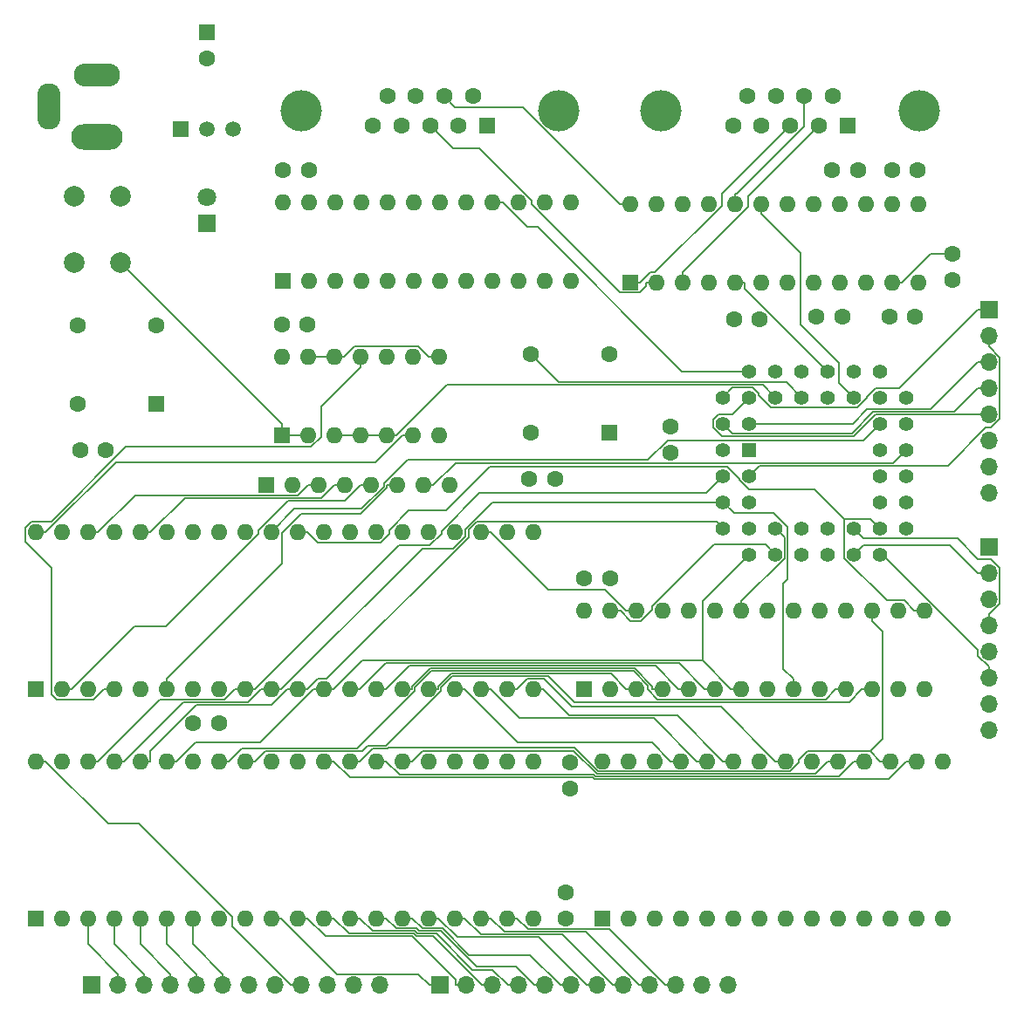
<source format=gbr>
%TF.GenerationSoftware,KiCad,Pcbnew,(5.1.6)-1*%
%TF.CreationDate,2020-10-12T18:58:51-06:00*%
%TF.ProjectId,SO6502,534f3635-3032-42e6-9b69-6361645f7063,1*%
%TF.SameCoordinates,Original*%
%TF.FileFunction,Copper,L1,Top*%
%TF.FilePolarity,Positive*%
%FSLAX46Y46*%
G04 Gerber Fmt 4.6, Leading zero omitted, Abs format (unit mm)*
G04 Created by KiCad (PCBNEW (5.1.6)-1) date 2020-10-12 18:58:51*
%MOMM*%
%LPD*%
G01*
G04 APERTURE LIST*
%TA.AperFunction,ComponentPad*%
%ADD10C,4.000000*%
%TD*%
%TA.AperFunction,ComponentPad*%
%ADD11C,1.600000*%
%TD*%
%TA.AperFunction,ComponentPad*%
%ADD12R,1.600000X1.600000*%
%TD*%
%TA.AperFunction,ComponentPad*%
%ADD13O,1.600000X1.600000*%
%TD*%
%TA.AperFunction,ComponentPad*%
%ADD14C,1.422400*%
%TD*%
%TA.AperFunction,ComponentPad*%
%ADD15R,1.422400X1.422400*%
%TD*%
%TA.AperFunction,ComponentPad*%
%ADD16R,1.500000X1.500000*%
%TD*%
%TA.AperFunction,ComponentPad*%
%ADD17C,1.500000*%
%TD*%
%TA.AperFunction,ComponentPad*%
%ADD18C,2.000000*%
%TD*%
%TA.AperFunction,ComponentPad*%
%ADD19O,1.700000X1.700000*%
%TD*%
%TA.AperFunction,ComponentPad*%
%ADD20R,1.700000X1.700000*%
%TD*%
%TA.AperFunction,ComponentPad*%
%ADD21O,2.250000X4.500000*%
%TD*%
%TA.AperFunction,ComponentPad*%
%ADD22O,4.500000X2.250000*%
%TD*%
%TA.AperFunction,ComponentPad*%
%ADD23O,5.000000X2.500000*%
%TD*%
%TA.AperFunction,ComponentPad*%
%ADD24C,1.800000*%
%TD*%
%TA.AperFunction,ComponentPad*%
%ADD25R,1.800000X1.800000*%
%TD*%
%TA.AperFunction,Conductor*%
%ADD26C,0.127000*%
%TD*%
G04 APERTURE END LIST*
D10*
%TO.P,J3,0*%
%TO.N,N/C*%
X115691000Y-36807000D03*
X140691000Y-36807000D03*
D11*
%TO.P,J3,9*%
%TO.N,Net-(J3-Pad9)*%
X124036000Y-35387000D03*
%TO.P,J3,8*%
%TO.N,CTSb*%
X126806000Y-35387000D03*
%TO.P,J3,7*%
%TO.N,RTSb*%
X129576000Y-35387000D03*
%TO.P,J3,6*%
%TO.N,Net-(J3-Pad6)*%
X132346000Y-35387000D03*
%TO.P,J3,5*%
%TO.N,GND*%
X122651000Y-38227000D03*
%TO.P,J3,4*%
%TO.N,Net-(J3-Pad4)*%
X125421000Y-38227000D03*
%TO.P,J3,3*%
%TO.N,TxDb*%
X128191000Y-38227000D03*
%TO.P,J3,2*%
%TO.N,RxDb*%
X130961000Y-38227000D03*
D12*
%TO.P,J3,1*%
%TO.N,Net-(J3-Pad1)*%
X133731000Y-38227000D03*
%TD*%
D10*
%TO.P,J2,0*%
%TO.N,N/C*%
X80766000Y-36807000D03*
X105766000Y-36807000D03*
D11*
%TO.P,J2,9*%
%TO.N,Net-(J2-Pad9)*%
X89111000Y-35387000D03*
%TO.P,J2,8*%
%TO.N,CTSa*%
X91881000Y-35387000D03*
%TO.P,J2,7*%
%TO.N,RTSa*%
X94651000Y-35387000D03*
%TO.P,J2,6*%
%TO.N,Net-(J2-Pad6)*%
X97421000Y-35387000D03*
%TO.P,J2,5*%
%TO.N,GND*%
X87726000Y-38227000D03*
%TO.P,J2,4*%
%TO.N,Net-(J2-Pad4)*%
X90496000Y-38227000D03*
%TO.P,J2,3*%
%TO.N,TxDa*%
X93266000Y-38227000D03*
%TO.P,J2,2*%
%TO.N,RxDa*%
X96036000Y-38227000D03*
D12*
%TO.P,J2,1*%
%TO.N,Net-(J2-Pad1)*%
X98806000Y-38227000D03*
%TD*%
D11*
%TO.P,C16,2*%
%TO.N,GND*%
X122722000Y-57023000D03*
%TO.P,C16,1*%
%TO.N,RESET*%
X125222000Y-57023000D03*
%TD*%
%TO.P,X2,4*%
%TO.N,GND*%
X110617000Y-60452000D03*
%TO.P,X2,5*%
%TO.N,X1*%
X102997000Y-60452000D03*
%TO.P,X2,8*%
%TO.N,Vcc*%
X102997000Y-68072000D03*
D12*
%TO.P,X2,1*%
%TO.N,Net-(X2-Pad1)*%
X110617000Y-68072000D03*
%TD*%
D11*
%TO.P,X1,4*%
%TO.N,GND*%
X66675000Y-57658000D03*
%TO.P,X1,5*%
%TO.N,PHI2*%
X59055000Y-57658000D03*
%TO.P,X1,8*%
%TO.N,Vcc*%
X59055000Y-65278000D03*
D12*
%TO.P,X1,1*%
%TO.N,Net-(X1-Pad1)*%
X66675000Y-65278000D03*
%TD*%
D13*
%TO.P,U3,24*%
%TO.N,RTSa*%
X112649000Y-45847000D03*
%TO.P,U3,12*%
%TO.N,Net-(C15-Pad2)*%
X140589000Y-53467000D03*
%TO.P,U3,23*%
%TO.N,CTSa*%
X115189000Y-45847000D03*
%TO.P,U3,11*%
%TO.N,Net-(C14-Pad2)*%
X138049000Y-53467000D03*
%TO.P,U3,22*%
%TO.N,DCTSa*%
X117729000Y-45847000D03*
%TO.P,U3,10*%
%TO.N,Net-(C15-Pad1)*%
X135509000Y-53467000D03*
%TO.P,U3,21*%
%TO.N,DRTSb*%
X120269000Y-45847000D03*
%TO.P,U3,9*%
%TO.N,Vcc*%
X132969000Y-53467000D03*
%TO.P,U3,20*%
%TO.N,RTSb*%
X122809000Y-45847000D03*
%TO.P,U3,8*%
%TO.N,GND*%
X130429000Y-53467000D03*
%TO.P,U3,19*%
%TO.N,DRTSa*%
X125349000Y-45847000D03*
%TO.P,U3,7*%
%TO.N,RxDa*%
X127889000Y-53467000D03*
%TO.P,U3,18*%
%TO.N,DTxDb*%
X127889000Y-45847000D03*
%TO.P,U3,6*%
%TO.N,DRxDa*%
X125349000Y-53467000D03*
%TO.P,U3,17*%
%TO.N,DCTSb*%
X130429000Y-45847000D03*
%TO.P,U3,5*%
%TO.N,DTxDa*%
X122809000Y-53467000D03*
%TO.P,U3,16*%
%TO.N,CTSb*%
X132969000Y-45847000D03*
%TO.P,U3,4*%
%TO.N,DRxDb*%
X120269000Y-53467000D03*
%TO.P,U3,15*%
%TO.N,Net-(C12-Pad1)*%
X135509000Y-45847000D03*
%TO.P,U3,3*%
%TO.N,RxDb*%
X117729000Y-53467000D03*
%TO.P,U3,14*%
%TO.N,Net-(C13-Pad1)*%
X138049000Y-45847000D03*
%TO.P,U3,2*%
%TO.N,TxDa*%
X115189000Y-53467000D03*
%TO.P,U3,13*%
%TO.N,Net-(C13-Pad2)*%
X140589000Y-45847000D03*
D12*
%TO.P,U3,1*%
%TO.N,TxDb*%
X112649000Y-53467000D03*
%TD*%
D14*
%TO.P,U5,39*%
%TO.N,CS2892*%
X124206000Y-62103000D03*
%TO.P,U5,37*%
%TO.N,Net-(U5-Pad37)*%
X126746000Y-62103000D03*
%TO.P,U5,35*%
%TO.N,DRxDa*%
X129286000Y-62103000D03*
%TO.P,U5,33*%
%TO.N,DTxDa*%
X131826000Y-62103000D03*
%TO.P,U5,31*%
%TO.N,OP2*%
X134366000Y-62103000D03*
%TO.P,U5,40*%
%TO.N,IP2*%
X121666000Y-64643000D03*
%TO.P,U5,38*%
%TO.N,RESET*%
X126746000Y-64643000D03*
%TO.P,U5,36*%
%TO.N,X1*%
X129286000Y-64643000D03*
%TO.P,U5,34*%
%TO.N,Net-(U5-Pad34)*%
X131826000Y-64643000D03*
%TO.P,U5,32*%
%TO.N,DRTSa*%
X134366000Y-64643000D03*
%TO.P,U5,30*%
%TO.N,OP4*%
X136906000Y-64643000D03*
%TO.P,U5,28*%
%TO.N,D0*%
X139446000Y-64643000D03*
%TO.P,U5,26*%
%TO.N,D4*%
X139446000Y-67183000D03*
%TO.P,U5,24*%
%TO.N,IRQ2B*%
X139446000Y-69723000D03*
%TO.P,U5,22*%
%TO.N,GND*%
X139446000Y-72263000D03*
%TO.P,U5,20*%
%TO.N,D5*%
X139446000Y-74803000D03*
%TO.P,U5,18*%
%TO.N,D1*%
X139446000Y-77343000D03*
%TO.P,U5,29*%
%TO.N,OP6*%
X136906000Y-62103000D03*
%TO.P,U5,27*%
%TO.N,D2*%
X136906000Y-67183000D03*
%TO.P,U5,25*%
%TO.N,D6*%
X136906000Y-69723000D03*
%TO.P,U5,23*%
%TO.N,Net-(U5-Pad23)*%
X136906000Y-72263000D03*
%TO.P,U5,21*%
%TO.N,D7*%
X136906000Y-74803000D03*
%TO.P,U5,19*%
%TO.N,D3*%
X136906000Y-77343000D03*
%TO.P,U5,17*%
%TO.N,OP7*%
X136906000Y-79883000D03*
%TO.P,U5,15*%
%TO.N,OP3*%
X134366000Y-79883000D03*
%TO.P,U5,13*%
%TO.N,DTxDb*%
X131826000Y-79883000D03*
%TO.P,U5,11*%
%TO.N,DRxDb*%
X129286000Y-79883000D03*
%TO.P,U5,9*%
%TO.N,WR*%
X126746000Y-79883000D03*
%TO.P,U5,7*%
%TO.N,A3*%
X124206000Y-79883000D03*
%TO.P,U5,16*%
%TO.N,OP5*%
X134366000Y-77343000D03*
%TO.P,U5,14*%
%TO.N,DRTSb*%
X131826000Y-77343000D03*
%TO.P,U5,12*%
%TO.N,Vcc*%
X129286000Y-77343000D03*
%TO.P,U5,10*%
%TO.N,RD*%
X126746000Y-77343000D03*
%TO.P,U5,8*%
%TO.N,DCTSa*%
X124206000Y-77343000D03*
%TO.P,U5,42*%
%TO.N,IP5*%
X121666000Y-67183000D03*
%TO.P,U5,44*%
%TO.N,Vcc*%
X121666000Y-69723000D03*
%TO.P,U5,6*%
%TO.N,A2*%
X121666000Y-77343000D03*
%TO.P,U5,4*%
%TO.N,A1*%
X121666000Y-74803000D03*
%TO.P,U5,2*%
%TO.N,A0*%
X121666000Y-72263000D03*
%TO.P,U5,41*%
%TO.N,IP6*%
X124206000Y-64643000D03*
%TO.P,U5,43*%
%TO.N,IP4*%
X124206000Y-67183000D03*
%TO.P,U5,5*%
%TO.N,DCTSb*%
X124206000Y-74803000D03*
%TO.P,U5,3*%
%TO.N,IP3*%
X124206000Y-72263000D03*
D15*
%TO.P,U5,1*%
%TO.N,Net-(U5-Pad1)*%
X124206000Y-69723000D03*
%TD*%
D13*
%TO.P,U8,40*%
%TO.N,CA1*%
X54991000Y-99949000D03*
%TO.P,U8,20*%
%TO.N,Vcc*%
X103251000Y-115189000D03*
%TO.P,U8,39*%
%TO.N,CA2*%
X57531000Y-99949000D03*
%TO.P,U8,19*%
%TO.N,CB2*%
X100711000Y-115189000D03*
%TO.P,U8,38*%
%TO.N,A0*%
X60071000Y-99949000D03*
%TO.P,U8,18*%
%TO.N,CB1*%
X98171000Y-115189000D03*
%TO.P,U8,37*%
%TO.N,A1*%
X62611000Y-99949000D03*
%TO.P,U8,17*%
%TO.N,PB7*%
X95631000Y-115189000D03*
%TO.P,U8,36*%
%TO.N,A2*%
X65151000Y-99949000D03*
%TO.P,U8,16*%
%TO.N,PB6*%
X93091000Y-115189000D03*
%TO.P,U8,35*%
%TO.N,A3*%
X67691000Y-99949000D03*
%TO.P,U8,15*%
%TO.N,PB5*%
X90551000Y-115189000D03*
%TO.P,U8,34*%
%TO.N,RESB*%
X70231000Y-99949000D03*
%TO.P,U8,14*%
%TO.N,PB4*%
X88011000Y-115189000D03*
%TO.P,U8,33*%
%TO.N,D0*%
X72771000Y-99949000D03*
%TO.P,U8,13*%
%TO.N,PB3*%
X85471000Y-115189000D03*
%TO.P,U8,32*%
%TO.N,D1*%
X75311000Y-99949000D03*
%TO.P,U8,12*%
%TO.N,PB2*%
X82931000Y-115189000D03*
%TO.P,U8,31*%
%TO.N,D2*%
X77851000Y-99949000D03*
%TO.P,U8,11*%
%TO.N,PB1*%
X80391000Y-115189000D03*
%TO.P,U8,30*%
%TO.N,D3*%
X80391000Y-99949000D03*
%TO.P,U8,10*%
%TO.N,PB0*%
X77851000Y-115189000D03*
%TO.P,U8,29*%
%TO.N,D4*%
X82931000Y-99949000D03*
%TO.P,U8,9*%
%TO.N,PA7*%
X75311000Y-115189000D03*
%TO.P,U8,28*%
%TO.N,D5*%
X85471000Y-99949000D03*
%TO.P,U8,8*%
%TO.N,PA6*%
X72771000Y-115189000D03*
%TO.P,U8,27*%
%TO.N,D6*%
X88011000Y-99949000D03*
%TO.P,U8,7*%
%TO.N,PA5*%
X70231000Y-115189000D03*
%TO.P,U8,26*%
%TO.N,D7*%
X90551000Y-99949000D03*
%TO.P,U8,6*%
%TO.N,PA4*%
X67691000Y-115189000D03*
%TO.P,U8,25*%
%TO.N,PHI2*%
X93091000Y-99949000D03*
%TO.P,U8,5*%
%TO.N,PA3*%
X65151000Y-115189000D03*
%TO.P,U8,24*%
%TO.N,Vcc*%
X95631000Y-99949000D03*
%TO.P,U8,4*%
%TO.N,PA2*%
X62611000Y-115189000D03*
%TO.P,U8,23*%
%TO.N,CS6522*%
X98171000Y-99949000D03*
%TO.P,U8,3*%
%TO.N,PA1*%
X60071000Y-115189000D03*
%TO.P,U8,22*%
%TO.N,RWB*%
X100711000Y-99949000D03*
%TO.P,U8,2*%
%TO.N,PA0*%
X57531000Y-115189000D03*
%TO.P,U8,21*%
%TO.N,IRQ1B*%
X103251000Y-99949000D03*
D12*
%TO.P,U8,1*%
%TO.N,GND*%
X54991000Y-115189000D03*
%TD*%
%TO.P,U7,1*%
%TO.N,A14*%
X108204000Y-92964000D03*
D13*
%TO.P,U7,15*%
%TO.N,D3*%
X141224000Y-85344000D03*
%TO.P,U7,2*%
%TO.N,A12*%
X110744000Y-92964000D03*
%TO.P,U7,16*%
%TO.N,D4*%
X138684000Y-85344000D03*
%TO.P,U7,3*%
%TO.N,A7*%
X113284000Y-92964000D03*
%TO.P,U7,17*%
%TO.N,D5*%
X136144000Y-85344000D03*
%TO.P,U7,4*%
%TO.N,A6*%
X115824000Y-92964000D03*
%TO.P,U7,18*%
%TO.N,D6*%
X133604000Y-85344000D03*
%TO.P,U7,5*%
%TO.N,A5*%
X118364000Y-92964000D03*
%TO.P,U7,19*%
%TO.N,D7*%
X131064000Y-85344000D03*
%TO.P,U7,6*%
%TO.N,A4*%
X120904000Y-92964000D03*
%TO.P,U7,20*%
%TO.N,CSRAM*%
X128524000Y-85344000D03*
%TO.P,U7,7*%
%TO.N,A3*%
X123444000Y-92964000D03*
%TO.P,U7,21*%
%TO.N,A10*%
X125984000Y-85344000D03*
%TO.P,U7,8*%
%TO.N,A2*%
X125984000Y-92964000D03*
%TO.P,U7,22*%
%TO.N,RD*%
X123444000Y-85344000D03*
%TO.P,U7,9*%
%TO.N,A1*%
X128524000Y-92964000D03*
%TO.P,U7,23*%
%TO.N,A11*%
X120904000Y-85344000D03*
%TO.P,U7,10*%
%TO.N,A0*%
X131064000Y-92964000D03*
%TO.P,U7,24*%
%TO.N,A9*%
X118364000Y-85344000D03*
%TO.P,U7,11*%
%TO.N,D0*%
X133604000Y-92964000D03*
%TO.P,U7,25*%
%TO.N,A8*%
X115824000Y-85344000D03*
%TO.P,U7,12*%
%TO.N,D1*%
X136144000Y-92964000D03*
%TO.P,U7,26*%
%TO.N,A13*%
X113284000Y-85344000D03*
%TO.P,U7,13*%
%TO.N,D2*%
X138684000Y-92964000D03*
%TO.P,U7,27*%
%TO.N,WR*%
X110744000Y-85344000D03*
%TO.P,U7,14*%
%TO.N,GND*%
X141224000Y-92964000D03*
%TO.P,U7,28*%
%TO.N,Vcc*%
X108204000Y-85344000D03*
%TD*%
%TO.P,U9,28*%
%TO.N,Vcc*%
X109982000Y-99949000D03*
%TO.P,U9,14*%
%TO.N,GND*%
X143002000Y-115189000D03*
%TO.P,U9,27*%
%TO.N,Vcc*%
X112522000Y-99949000D03*
%TO.P,U9,13*%
%TO.N,D2*%
X140462000Y-115189000D03*
%TO.P,U9,26*%
%TO.N,A13*%
X115062000Y-99949000D03*
%TO.P,U9,12*%
%TO.N,D1*%
X137922000Y-115189000D03*
%TO.P,U9,25*%
%TO.N,A8*%
X117602000Y-99949000D03*
%TO.P,U9,11*%
%TO.N,D0*%
X135382000Y-115189000D03*
%TO.P,U9,24*%
%TO.N,A9*%
X120142000Y-99949000D03*
%TO.P,U9,10*%
%TO.N,A0*%
X132842000Y-115189000D03*
%TO.P,U9,23*%
%TO.N,A11*%
X122682000Y-99949000D03*
%TO.P,U9,9*%
%TO.N,A1*%
X130302000Y-115189000D03*
%TO.P,U9,22*%
%TO.N,RD*%
X125222000Y-99949000D03*
%TO.P,U9,8*%
%TO.N,A2*%
X127762000Y-115189000D03*
%TO.P,U9,21*%
%TO.N,A10*%
X127762000Y-99949000D03*
%TO.P,U9,7*%
%TO.N,A3*%
X125222000Y-115189000D03*
%TO.P,U9,20*%
%TO.N,CSROM*%
X130302000Y-99949000D03*
%TO.P,U9,6*%
%TO.N,A4*%
X122682000Y-115189000D03*
%TO.P,U9,19*%
%TO.N,D7*%
X132842000Y-99949000D03*
%TO.P,U9,5*%
%TO.N,A5*%
X120142000Y-115189000D03*
%TO.P,U9,18*%
%TO.N,D6*%
X135382000Y-99949000D03*
%TO.P,U9,4*%
%TO.N,A6*%
X117602000Y-115189000D03*
%TO.P,U9,17*%
%TO.N,D5*%
X137922000Y-99949000D03*
%TO.P,U9,3*%
%TO.N,A7*%
X115062000Y-115189000D03*
%TO.P,U9,16*%
%TO.N,D4*%
X140462000Y-99949000D03*
%TO.P,U9,2*%
%TO.N,A12*%
X112522000Y-115189000D03*
%TO.P,U9,15*%
%TO.N,D3*%
X143002000Y-99949000D03*
D12*
%TO.P,U9,1*%
%TO.N,A14*%
X109982000Y-115189000D03*
%TD*%
D13*
%TO.P,U4,14*%
%TO.N,Vcc*%
X78867000Y-60706000D03*
%TO.P,U4,7*%
%TO.N,GND*%
X94107000Y-68326000D03*
%TO.P,U4,13*%
%TO.N,Net-(U4-Pad12)*%
X81407000Y-60706000D03*
%TO.P,U4,6*%
%TO.N,RESB*%
X91567000Y-68326000D03*
%TO.P,U4,12*%
%TO.N,Net-(U4-Pad12)*%
X83947000Y-60706000D03*
%TO.P,U4,5*%
%TO.N,RESET*%
X89027000Y-68326000D03*
%TO.P,U4,11*%
%TO.N,IRQB*%
X86487000Y-60706000D03*
%TO.P,U4,4*%
%TO.N,RESET*%
X86487000Y-68326000D03*
%TO.P,U4,10*%
%TO.N,IRQ2B*%
X89027000Y-60706000D03*
%TO.P,U4,3*%
%TO.N,RESET*%
X83947000Y-68326000D03*
%TO.P,U4,9*%
%TO.N,IRQ1B*%
X91567000Y-60706000D03*
%TO.P,U4,2*%
%TO.N,Net-(SW1-Pad1)*%
X81407000Y-68326000D03*
%TO.P,U4,8*%
%TO.N,Net-(U4-Pad12)*%
X94107000Y-60706000D03*
D12*
%TO.P,U4,1*%
%TO.N,Net-(SW1-Pad1)*%
X78867000Y-68326000D03*
%TD*%
D13*
%TO.P,U2,24*%
%TO.N,Vcc*%
X78994000Y-45720000D03*
%TO.P,U2,12*%
%TO.N,GND*%
X106934000Y-53340000D03*
%TO.P,U2,23*%
%TO.N,RDY*%
X81534000Y-45720000D03*
%TO.P,U2,11*%
%TO.N,A7*%
X104394000Y-53340000D03*
%TO.P,U2,22*%
%TO.N,WR*%
X84074000Y-45720000D03*
%TO.P,U2,10*%
%TO.N,A8*%
X101854000Y-53340000D03*
%TO.P,U2,21*%
%TO.N,RD*%
X86614000Y-45720000D03*
%TO.P,U2,9*%
%TO.N,A9*%
X99314000Y-53340000D03*
%TO.P,U2,20*%
%TO.N,Net-(U2-Pad20)*%
X89154000Y-45720000D03*
%TO.P,U2,8*%
%TO.N,A10*%
X96774000Y-53340000D03*
%TO.P,U2,19*%
%TO.N,CS6522*%
X91694000Y-45720000D03*
%TO.P,U2,7*%
%TO.N,A11*%
X94234000Y-53340000D03*
%TO.P,U2,18*%
%TO.N,CSROM*%
X94234000Y-45720000D03*
%TO.P,U2,6*%
%TO.N,A12*%
X91694000Y-53340000D03*
%TO.P,U2,17*%
%TO.N,CSRAM*%
X96774000Y-45720000D03*
%TO.P,U2,5*%
%TO.N,A13*%
X89154000Y-53340000D03*
%TO.P,U2,16*%
%TO.N,CS2892*%
X99314000Y-45720000D03*
%TO.P,U2,4*%
%TO.N,A14*%
X86614000Y-53340000D03*
%TO.P,U2,15*%
%TO.N,A4*%
X101854000Y-45720000D03*
%TO.P,U2,3*%
%TO.N,A15*%
X84074000Y-53340000D03*
%TO.P,U2,14*%
%TO.N,A5*%
X104394000Y-45720000D03*
%TO.P,U2,2*%
%TO.N,RWB*%
X81534000Y-53340000D03*
%TO.P,U2,13*%
%TO.N,A6*%
X106934000Y-45720000D03*
D12*
%TO.P,U2,1*%
%TO.N,PHI2*%
X78994000Y-53340000D03*
%TD*%
D16*
%TO.P,U1,1*%
%TO.N,Net-(SW1-Pad1)*%
X69088000Y-38608000D03*
D17*
%TO.P,U1,3*%
%TO.N,GND*%
X74168000Y-38608000D03*
%TO.P,U1,2*%
%TO.N,Vcc*%
X71628000Y-38608000D03*
%TD*%
D12*
%TO.P,U6,1*%
%TO.N,Net-(U6-Pad1)*%
X54991000Y-92964000D03*
D13*
%TO.P,U6,21*%
%TO.N,GND*%
X103251000Y-77724000D03*
%TO.P,U6,2*%
%TO.N,RDY*%
X57531000Y-92964000D03*
%TO.P,U6,22*%
%TO.N,A12*%
X100711000Y-77724000D03*
%TO.P,U6,3*%
%TO.N,Net-(U6-Pad3)*%
X60071000Y-92964000D03*
%TO.P,U6,23*%
%TO.N,A13*%
X98171000Y-77724000D03*
%TO.P,U6,4*%
%TO.N,IRQB*%
X62611000Y-92964000D03*
%TO.P,U6,24*%
%TO.N,A14*%
X95631000Y-77724000D03*
%TO.P,U6,5*%
%TO.N,Net-(U6-Pad5)*%
X65151000Y-92964000D03*
%TO.P,U6,25*%
%TO.N,A15*%
X93091000Y-77724000D03*
%TO.P,U6,6*%
%TO.N,NMIB*%
X67691000Y-92964000D03*
%TO.P,U6,26*%
%TO.N,D7*%
X90551000Y-77724000D03*
%TO.P,U6,7*%
%TO.N,Net-(U6-Pad7)*%
X70231000Y-92964000D03*
%TO.P,U6,27*%
%TO.N,D6*%
X88011000Y-77724000D03*
%TO.P,U6,8*%
%TO.N,Vcc*%
X72771000Y-92964000D03*
%TO.P,U6,28*%
%TO.N,D5*%
X85471000Y-77724000D03*
%TO.P,U6,9*%
%TO.N,A0*%
X75311000Y-92964000D03*
%TO.P,U6,29*%
%TO.N,D4*%
X82931000Y-77724000D03*
%TO.P,U6,10*%
%TO.N,A1*%
X77851000Y-92964000D03*
%TO.P,U6,30*%
%TO.N,D3*%
X80391000Y-77724000D03*
%TO.P,U6,11*%
%TO.N,A2*%
X80391000Y-92964000D03*
%TO.P,U6,31*%
%TO.N,D2*%
X77851000Y-77724000D03*
%TO.P,U6,12*%
%TO.N,A3*%
X82931000Y-92964000D03*
%TO.P,U6,32*%
%TO.N,D1*%
X75311000Y-77724000D03*
%TO.P,U6,13*%
%TO.N,A4*%
X85471000Y-92964000D03*
%TO.P,U6,33*%
%TO.N,D0*%
X72771000Y-77724000D03*
%TO.P,U6,14*%
%TO.N,A5*%
X88011000Y-92964000D03*
%TO.P,U6,34*%
%TO.N,RWB*%
X70231000Y-77724000D03*
%TO.P,U6,15*%
%TO.N,A6*%
X90551000Y-92964000D03*
%TO.P,U6,35*%
%TO.N,Net-(U6-Pad35)*%
X67691000Y-77724000D03*
%TO.P,U6,16*%
%TO.N,A7*%
X93091000Y-92964000D03*
%TO.P,U6,36*%
%TO.N,BE*%
X65151000Y-77724000D03*
%TO.P,U6,17*%
%TO.N,A8*%
X95631000Y-92964000D03*
%TO.P,U6,37*%
%TO.N,PHI2*%
X62611000Y-77724000D03*
%TO.P,U6,18*%
%TO.N,A9*%
X98171000Y-92964000D03*
%TO.P,U6,38*%
%TO.N,SOB*%
X60071000Y-77724000D03*
%TO.P,U6,19*%
%TO.N,A10*%
X100711000Y-92964000D03*
%TO.P,U6,39*%
%TO.N,Net-(U6-Pad39)*%
X57531000Y-77724000D03*
%TO.P,U6,20*%
%TO.N,A11*%
X103251000Y-92964000D03*
%TO.P,U6,40*%
%TO.N,RESB*%
X54991000Y-77724000D03*
%TD*%
D18*
%TO.P,SW1,1*%
%TO.N,Net-(SW1-Pad1)*%
X63246000Y-51585000D03*
%TO.P,SW1,2*%
%TO.N,GND*%
X58746000Y-51585000D03*
%TO.P,SW1,1*%
%TO.N,Net-(SW1-Pad1)*%
X63246000Y-45085000D03*
%TO.P,SW1,2*%
%TO.N,GND*%
X58746000Y-45085000D03*
%TD*%
D13*
%TO.P,RN1,8*%
%TO.N,Net-(RN1-Pad8)*%
X95123000Y-73152000D03*
%TO.P,RN1,7*%
%TO.N,IRQ2B*%
X92583000Y-73152000D03*
%TO.P,RN1,6*%
%TO.N,NMIB*%
X90043000Y-73152000D03*
%TO.P,RN1,5*%
%TO.N,RDY*%
X87503000Y-73152000D03*
%TO.P,RN1,4*%
%TO.N,BE*%
X84963000Y-73152000D03*
%TO.P,RN1,3*%
%TO.N,SOB*%
X82423000Y-73152000D03*
%TO.P,RN1,2*%
%TO.N,Net-(D1-Pad2)*%
X79883000Y-73152000D03*
D12*
%TO.P,RN1,1*%
%TO.N,Vcc*%
X77343000Y-73152000D03*
%TD*%
D19*
%TO.P,J5,8*%
%TO.N,GND*%
X147447000Y-96901000D03*
%TO.P,J5,7*%
%TO.N,Vcc*%
X147447000Y-94361000D03*
%TO.P,J5,6*%
%TO.N,OP7*%
X147447000Y-91821000D03*
%TO.P,J5,5*%
%TO.N,OP6*%
X147447000Y-89281000D03*
%TO.P,J5,4*%
%TO.N,OP5*%
X147447000Y-86741000D03*
%TO.P,J5,3*%
%TO.N,OP4*%
X147447000Y-84201000D03*
%TO.P,J5,2*%
%TO.N,OP3*%
X147447000Y-81661000D03*
D20*
%TO.P,J5,1*%
%TO.N,OP2*%
X147447000Y-79121000D03*
%TD*%
D19*
%TO.P,J4,8*%
%TO.N,GND*%
X147447000Y-73914000D03*
%TO.P,J4,7*%
%TO.N,Vcc*%
X147447000Y-71374000D03*
%TO.P,J4,6*%
%TO.N,Net-(J4-Pad6)*%
X147447000Y-68834000D03*
%TO.P,J4,5*%
%TO.N,IP6*%
X147447000Y-66294000D03*
%TO.P,J4,4*%
%TO.N,IP5*%
X147447000Y-63754000D03*
%TO.P,J4,3*%
%TO.N,IP4*%
X147447000Y-61214000D03*
%TO.P,J4,2*%
%TO.N,IP3*%
X147447000Y-58674000D03*
D20*
%TO.P,J4,1*%
%TO.N,IP2*%
X147447000Y-56134000D03*
%TD*%
D19*
%TO.P,J7,12*%
%TO.N,GND*%
X122174000Y-121666000D03*
%TO.P,J7,11*%
%TO.N,Vcc*%
X119634000Y-121666000D03*
%TO.P,J7,10*%
%TO.N,CB2*%
X117094000Y-121666000D03*
%TO.P,J7,9*%
%TO.N,CB1*%
X114554000Y-121666000D03*
%TO.P,J7,8*%
%TO.N,PB7*%
X112014000Y-121666000D03*
%TO.P,J7,7*%
%TO.N,PB6*%
X109474000Y-121666000D03*
%TO.P,J7,6*%
%TO.N,PB5*%
X106934000Y-121666000D03*
%TO.P,J7,5*%
%TO.N,PB4*%
X104394000Y-121666000D03*
%TO.P,J7,4*%
%TO.N,PB3*%
X101854000Y-121666000D03*
%TO.P,J7,3*%
%TO.N,PB2*%
X99314000Y-121666000D03*
%TO.P,J7,2*%
%TO.N,PB1*%
X96774000Y-121666000D03*
D20*
%TO.P,J7,1*%
%TO.N,PB0*%
X94234000Y-121666000D03*
%TD*%
D19*
%TO.P,J6,12*%
%TO.N,GND*%
X88392000Y-121666000D03*
%TO.P,J6,11*%
%TO.N,Vcc*%
X85852000Y-121666000D03*
%TO.P,J6,10*%
%TO.N,CA2*%
X83312000Y-121666000D03*
%TO.P,J6,9*%
%TO.N,CA1*%
X80772000Y-121666000D03*
%TO.P,J6,8*%
%TO.N,PA7*%
X78232000Y-121666000D03*
%TO.P,J6,7*%
%TO.N,PA6*%
X75692000Y-121666000D03*
%TO.P,J6,6*%
%TO.N,PA5*%
X73152000Y-121666000D03*
%TO.P,J6,5*%
%TO.N,PA4*%
X70612000Y-121666000D03*
%TO.P,J6,4*%
%TO.N,PA3*%
X68072000Y-121666000D03*
%TO.P,J6,3*%
%TO.N,PA2*%
X65532000Y-121666000D03*
%TO.P,J6,2*%
%TO.N,PA1*%
X62992000Y-121666000D03*
D20*
%TO.P,J6,1*%
%TO.N,PA0*%
X60452000Y-121666000D03*
%TD*%
D21*
%TO.P,J1,3*%
%TO.N,GND*%
X56260000Y-36370000D03*
D22*
%TO.P,J1,2*%
X60960000Y-33370000D03*
D23*
%TO.P,J1,1*%
%TO.N,Vcc*%
X60960000Y-39370000D03*
%TD*%
D24*
%TO.P,D1,2*%
%TO.N,Net-(D1-Pad2)*%
X71628000Y-45212000D03*
D25*
%TO.P,D1,1*%
%TO.N,GND*%
X71628000Y-47752000D03*
%TD*%
D11*
%TO.P,C12,2*%
%TO.N,GND*%
X132247000Y-42545000D03*
%TO.P,C12,1*%
%TO.N,Net-(C12-Pad1)*%
X134747000Y-42545000D03*
%TD*%
%TO.P,C13,2*%
%TO.N,Net-(C13-Pad2)*%
X140549000Y-42545000D03*
%TO.P,C13,1*%
%TO.N,Net-(C13-Pad1)*%
X138049000Y-42545000D03*
%TD*%
%TO.P,C15,2*%
%TO.N,Net-(C15-Pad2)*%
X140295000Y-56769000D03*
%TO.P,C15,1*%
%TO.N,Net-(C15-Pad1)*%
X137795000Y-56769000D03*
%TD*%
%TO.P,C14,2*%
%TO.N,Net-(C14-Pad2)*%
X143891000Y-50713000D03*
%TO.P,C14,1*%
%TO.N,Vcc*%
X143891000Y-53213000D03*
%TD*%
%TO.P,C4,2*%
%TO.N,GND*%
X130723000Y-56769000D03*
%TO.P,C4,1*%
%TO.N,Vcc*%
X133223000Y-56769000D03*
%TD*%
%TO.P,C8,1*%
%TO.N,Vcc*%
X108204000Y-82169000D03*
%TO.P,C8,2*%
%TO.N,GND*%
X110704000Y-82169000D03*
%TD*%
%TO.P,C10,2*%
%TO.N,GND*%
X106807000Y-102576000D03*
%TO.P,C10,1*%
%TO.N,Vcc*%
X106807000Y-100076000D03*
%TD*%
%TO.P,C7,2*%
%TO.N,GND*%
X116586000Y-67477000D03*
%TO.P,C7,1*%
%TO.N,Vcc*%
X116586000Y-69977000D03*
%TD*%
%TO.P,C6,2*%
%TO.N,GND*%
X105370000Y-72517000D03*
%TO.P,C6,1*%
%TO.N,Vcc*%
X102870000Y-72517000D03*
%TD*%
%TO.P,C3,2*%
%TO.N,GND*%
X81367000Y-57531000D03*
%TO.P,C3,1*%
%TO.N,Vcc*%
X78867000Y-57531000D03*
%TD*%
%TO.P,C2,2*%
%TO.N,GND*%
X81494000Y-42545000D03*
%TO.P,C2,1*%
%TO.N,Vcc*%
X78994000Y-42545000D03*
%TD*%
%TO.P,C5,2*%
%TO.N,GND*%
X61809000Y-69723000D03*
%TO.P,C5,1*%
%TO.N,Vcc*%
X59309000Y-69723000D03*
%TD*%
%TO.P,C11,2*%
%TO.N,GND*%
X106426000Y-112689000D03*
%TO.P,C11,1*%
%TO.N,Vcc*%
X106426000Y-115189000D03*
%TD*%
%TO.P,C9,1*%
%TO.N,Vcc*%
X72771000Y-96266000D03*
%TO.P,C9,2*%
%TO.N,GND*%
X70271000Y-96266000D03*
%TD*%
%TO.P,C1,2*%
%TO.N,GND*%
X71628000Y-31710000D03*
D12*
%TO.P,C1,1*%
%TO.N,Vcc*%
X71628000Y-29210000D03*
%TD*%
D26*
%TO.N,RESET*%
X90017800Y-68326000D02*
X94907300Y-63436500D01*
X94907300Y-63436500D02*
X125539500Y-63436500D01*
X125539500Y-63436500D02*
X126746000Y-64643000D01*
X86487000Y-68326000D02*
X89027000Y-68326000D01*
X83947000Y-68326000D02*
X86487000Y-68326000D01*
X89027000Y-68326000D02*
X90017800Y-68326000D01*
%TO.N,CA1*%
X54991000Y-99949000D02*
X55981800Y-99949000D01*
X80772000Y-121666000D02*
X79731200Y-121666000D01*
X79731200Y-121666000D02*
X74041000Y-115975800D01*
X74041000Y-115975800D02*
X74041000Y-115008200D01*
X74041000Y-115008200D02*
X65052700Y-106019900D01*
X65052700Y-106019900D02*
X62052700Y-106019900D01*
X62052700Y-106019900D02*
X55981800Y-99949000D01*
%TO.N,PA5*%
X73152000Y-121666000D02*
X73152000Y-120625200D01*
X73152000Y-120625200D02*
X70231000Y-117704200D01*
X70231000Y-117704200D02*
X70231000Y-115189000D01*
%TO.N,PA4*%
X70612000Y-121666000D02*
X70612000Y-120625200D01*
X70612000Y-120625200D02*
X67691000Y-117704200D01*
X67691000Y-117704200D02*
X67691000Y-115189000D01*
%TO.N,PA3*%
X68072000Y-121666000D02*
X68072000Y-120625200D01*
X68072000Y-120625200D02*
X65151000Y-117704200D01*
X65151000Y-117704200D02*
X65151000Y-115189000D01*
%TO.N,PA2*%
X65532000Y-121666000D02*
X65532000Y-120625200D01*
X65532000Y-120625200D02*
X62611000Y-117704200D01*
X62611000Y-117704200D02*
X62611000Y-115189000D01*
%TO.N,PA1*%
X62992000Y-121666000D02*
X62992000Y-120625200D01*
X62992000Y-120625200D02*
X60071000Y-117704200D01*
X60071000Y-117704200D02*
X60071000Y-115189000D01*
%TO.N,CB2*%
X100711000Y-115189000D02*
X101701800Y-115189000D01*
X117094000Y-121666000D02*
X116053200Y-121666000D01*
X116053200Y-121666000D02*
X110618000Y-116230800D01*
X110618000Y-116230800D02*
X102743600Y-116230800D01*
X102743600Y-116230800D02*
X101701800Y-115189000D01*
%TO.N,CB1*%
X99161800Y-115189000D02*
X100457900Y-116485100D01*
X100457900Y-116485100D02*
X108332300Y-116485100D01*
X108332300Y-116485100D02*
X113513200Y-121666000D01*
X98171000Y-115189000D02*
X99161800Y-115189000D01*
X114554000Y-121666000D02*
X113513200Y-121666000D01*
%TO.N,PB7*%
X96621800Y-115189000D02*
X98172200Y-116739400D01*
X98172200Y-116739400D02*
X106046600Y-116739400D01*
X106046600Y-116739400D02*
X110973200Y-121666000D01*
X95631000Y-115189000D02*
X96621800Y-115189000D01*
X112014000Y-121666000D02*
X110973200Y-121666000D01*
%TO.N,PB6*%
X94081800Y-115189000D02*
X95886500Y-116993700D01*
X95886500Y-116993700D02*
X103760900Y-116993700D01*
X103760900Y-116993700D02*
X108433200Y-121666000D01*
X93091000Y-115189000D02*
X94081800Y-115189000D01*
X109474000Y-121666000D02*
X108433200Y-121666000D01*
%TO.N,PB5*%
X106934000Y-121666000D02*
X105893200Y-121666000D01*
X90551000Y-115189000D02*
X91541800Y-115189000D01*
X91541800Y-115189000D02*
X92532600Y-116179800D01*
X92532600Y-116179800D02*
X94461000Y-116179800D01*
X94461000Y-116179800D02*
X97038100Y-118756900D01*
X97038100Y-118756900D02*
X102984100Y-118756900D01*
X102984100Y-118756900D02*
X105893200Y-121666000D01*
%TO.N,PB4*%
X89001800Y-115189000D02*
X89992600Y-116179800D01*
X89992600Y-116179800D02*
X91912100Y-116179800D01*
X91912100Y-116179800D02*
X92166400Y-116434100D01*
X92166400Y-116434100D02*
X94355600Y-116434100D01*
X94355600Y-116434100D02*
X97803600Y-119882100D01*
X97803600Y-119882100D02*
X101569300Y-119882100D01*
X101569300Y-119882100D02*
X103353200Y-121666000D01*
X104394000Y-121666000D02*
X103353200Y-121666000D01*
X88011000Y-115189000D02*
X89001800Y-115189000D01*
%TO.N,PB3*%
X86461800Y-115189000D02*
X87706900Y-116434100D01*
X87706900Y-116434100D02*
X91806800Y-116434100D01*
X91806800Y-116434100D02*
X92061100Y-116688400D01*
X92061100Y-116688400D02*
X93893200Y-116688400D01*
X93893200Y-116688400D02*
X97387000Y-120182200D01*
X97387000Y-120182200D02*
X99329400Y-120182200D01*
X99329400Y-120182200D02*
X100813200Y-121666000D01*
X101854000Y-121666000D02*
X100813200Y-121666000D01*
X85471000Y-115189000D02*
X86461800Y-115189000D01*
%TO.N,PB2*%
X83921800Y-115189000D02*
X85421200Y-116688400D01*
X85421200Y-116688400D02*
X91701500Y-116688400D01*
X91701500Y-116688400D02*
X91955800Y-116942700D01*
X91955800Y-116942700D02*
X93549900Y-116942700D01*
X93549900Y-116942700D02*
X98273200Y-121666000D01*
X99314000Y-121666000D02*
X98273200Y-121666000D01*
X82931000Y-115189000D02*
X83921800Y-115189000D01*
%TO.N,PB1*%
X81381800Y-115189000D02*
X83135500Y-116942700D01*
X83135500Y-116942700D02*
X91530300Y-116942700D01*
X91530300Y-116942700D02*
X95733200Y-121145600D01*
X95733200Y-121145600D02*
X95733200Y-121666000D01*
X80391000Y-115189000D02*
X81381800Y-115189000D01*
X96774000Y-121666000D02*
X95733200Y-121666000D01*
%TO.N,PB0*%
X77851000Y-115189000D02*
X78841800Y-115189000D01*
X94234000Y-121666000D02*
X93193200Y-121666000D01*
X93193200Y-121666000D02*
X92152400Y-120625200D01*
X92152400Y-120625200D02*
X84278000Y-120625200D01*
X84278000Y-120625200D02*
X78841800Y-115189000D01*
%TO.N,RTSa*%
X112649000Y-45847000D02*
X111658200Y-45847000D01*
X111658200Y-45847000D02*
X102258600Y-36447400D01*
X102258600Y-36447400D02*
X95711400Y-36447400D01*
X95711400Y-36447400D02*
X94651000Y-35387000D01*
%TO.N,TxDa*%
X115189000Y-53467000D02*
X114198200Y-53467000D01*
X114198200Y-53467000D02*
X114198200Y-53838500D01*
X114198200Y-53838500D02*
X113578800Y-54457900D01*
X113578800Y-54457900D02*
X111707500Y-54457900D01*
X111707500Y-54457900D02*
X103124000Y-45874400D01*
X103124000Y-45874400D02*
X103124000Y-45561500D01*
X103124000Y-45561500D02*
X98009800Y-40447300D01*
X98009800Y-40447300D02*
X95486300Y-40447300D01*
X95486300Y-40447300D02*
X93266000Y-38227000D01*
%TO.N,RTSb*%
X122809000Y-45847000D02*
X122809000Y-44856200D01*
X122809000Y-44856200D02*
X123056700Y-44856200D01*
X123056700Y-44856200D02*
X129576000Y-38336900D01*
X129576000Y-38336900D02*
X129576000Y-35387000D01*
%TO.N,TxDb*%
X112649000Y-53467000D02*
X113639800Y-53467000D01*
X113639800Y-53467000D02*
X114630600Y-52476200D01*
X114630600Y-52476200D02*
X115065700Y-52476200D01*
X115065700Y-52476200D02*
X121539000Y-46002900D01*
X121539000Y-46002900D02*
X121539000Y-44879000D01*
X121539000Y-44879000D02*
X128191000Y-38227000D01*
%TO.N,RxDb*%
X117729000Y-53467000D02*
X117729000Y-52476200D01*
X130961000Y-38227000D02*
X124079000Y-45109000D01*
X124079000Y-45109000D02*
X124079000Y-46126200D01*
X124079000Y-46126200D02*
X117729000Y-52476200D01*
%TO.N,IRQ2B*%
X139446000Y-69723000D02*
X138176000Y-70993000D01*
X138176000Y-70993000D02*
X95732800Y-70993000D01*
X95732800Y-70993000D02*
X93573800Y-73152000D01*
X92583000Y-73152000D02*
X93573800Y-73152000D01*
%TO.N,RDY*%
X57531000Y-92964000D02*
X58521800Y-92964000D01*
X87503000Y-73152000D02*
X86512200Y-73152000D01*
X86512200Y-73152000D02*
X85012700Y-74651500D01*
X85012700Y-74651500D02*
X79484900Y-74651500D01*
X79484900Y-74651500D02*
X76581000Y-77555400D01*
X76581000Y-77555400D02*
X76581000Y-77917700D01*
X76581000Y-77917700D02*
X67605600Y-86893100D01*
X67605600Y-86893100D02*
X64592700Y-86893100D01*
X64592700Y-86893100D02*
X58521800Y-92964000D01*
%TO.N,SOB*%
X60071000Y-77724000D02*
X61061800Y-77724000D01*
X82423000Y-73152000D02*
X81432200Y-73152000D01*
X81432200Y-73152000D02*
X80441400Y-74142800D01*
X80441400Y-74142800D02*
X64643000Y-74142800D01*
X64643000Y-74142800D02*
X61061800Y-77724000D01*
%TO.N,BE*%
X66141800Y-77724000D02*
X69468700Y-74397100D01*
X69468700Y-74397100D02*
X82727100Y-74397100D01*
X82727100Y-74397100D02*
X83972200Y-73152000D01*
X65151000Y-77724000D02*
X66141800Y-77724000D01*
X84963000Y-73152000D02*
X83972200Y-73152000D01*
%TO.N,NMIB*%
X67691000Y-91973200D02*
X78907400Y-80756800D01*
X78907400Y-80756800D02*
X78907400Y-77800500D01*
X78907400Y-77800500D02*
X80752800Y-75955100D01*
X80752800Y-75955100D02*
X86518800Y-75955100D01*
X86518800Y-75955100D02*
X89052200Y-73421700D01*
X89052200Y-73421700D02*
X89052200Y-73152000D01*
X67691000Y-92964000D02*
X67691000Y-91973200D01*
X90043000Y-73152000D02*
X89052200Y-73152000D01*
%TO.N,Net-(SW1-Pad1)*%
X63246000Y-51585000D02*
X78867000Y-67206000D01*
X78867000Y-67206000D02*
X78867000Y-68326000D01*
X78867000Y-68326000D02*
X80416200Y-68326000D01*
X81407000Y-68326000D02*
X80416200Y-68326000D01*
%TO.N,RESB*%
X54991000Y-77724000D02*
X55981800Y-77724000D01*
X91567000Y-68326000D02*
X90576200Y-68326000D01*
X90576200Y-68326000D02*
X88006900Y-70895300D01*
X88006900Y-70895300D02*
X62810500Y-70895300D01*
X62810500Y-70895300D02*
X55981800Y-77724000D01*
%TO.N,A11*%
X104241800Y-92964000D02*
X106769300Y-95491500D01*
X106769300Y-95491500D02*
X117233700Y-95491500D01*
X117233700Y-95491500D02*
X121691200Y-99949000D01*
X122682000Y-99949000D02*
X121691200Y-99949000D01*
X103251000Y-92964000D02*
X104241800Y-92964000D01*
%TO.N,A10*%
X101701800Y-92964000D02*
X102692600Y-91973200D01*
X102692600Y-91973200D02*
X104331100Y-91973200D01*
X104331100Y-91973200D02*
X107002100Y-94644200D01*
X107002100Y-94644200D02*
X121466400Y-94644200D01*
X121466400Y-94644200D02*
X126771200Y-99949000D01*
X127762000Y-99949000D02*
X126771200Y-99949000D01*
X100711000Y-92964000D02*
X101701800Y-92964000D01*
%TO.N,A9*%
X99161800Y-92964000D02*
X101943600Y-95745800D01*
X101943600Y-95745800D02*
X114948000Y-95745800D01*
X114948000Y-95745800D02*
X119151200Y-99949000D01*
X98171000Y-92964000D02*
X99161800Y-92964000D01*
X120142000Y-99949000D02*
X119151200Y-99949000D01*
%TO.N,A8*%
X117602000Y-99949000D02*
X116611200Y-99949000D01*
X95631000Y-92964000D02*
X96621800Y-92964000D01*
X96621800Y-92964000D02*
X101805100Y-98147300D01*
X101805100Y-98147300D02*
X114809500Y-98147300D01*
X114809500Y-98147300D02*
X116611200Y-99949000D01*
%TO.N,A7*%
X112293200Y-92964000D02*
X110793800Y-91464600D01*
X110793800Y-91464600D02*
X95311500Y-91464600D01*
X95311500Y-91464600D02*
X94081800Y-92694300D01*
X94081800Y-92694300D02*
X94081800Y-92964000D01*
X113284000Y-92964000D02*
X112293200Y-92964000D01*
X93091000Y-92964000D02*
X94081800Y-92964000D01*
%TO.N,A6*%
X114833200Y-92964000D02*
X114833200Y-92694300D01*
X114833200Y-92694300D02*
X113094900Y-90956000D01*
X113094900Y-90956000D02*
X93280100Y-90956000D01*
X93280100Y-90956000D02*
X91541800Y-92694300D01*
X91541800Y-92694300D02*
X91541800Y-92964000D01*
X115824000Y-92964000D02*
X114833200Y-92964000D01*
X90551000Y-92964000D02*
X91541800Y-92964000D01*
%TO.N,A5*%
X117373200Y-92964000D02*
X115110900Y-90701700D01*
X115110900Y-90701700D02*
X91264100Y-90701700D01*
X91264100Y-90701700D02*
X89001800Y-92964000D01*
X118364000Y-92964000D02*
X117373200Y-92964000D01*
X88011000Y-92964000D02*
X89001800Y-92964000D01*
%TO.N,D0*%
X132613200Y-92964000D02*
X131622300Y-93954900D01*
X131622300Y-93954900D02*
X115339800Y-93954900D01*
X115339800Y-93954900D02*
X114374100Y-92989200D01*
X114374100Y-92989200D02*
X114374100Y-92594800D01*
X114374100Y-92594800D02*
X112989600Y-91210300D01*
X112989600Y-91210300D02*
X93398100Y-91210300D01*
X93398100Y-91210300D02*
X91808700Y-92799700D01*
X91808700Y-92799700D02*
X91808700Y-93107600D01*
X91808700Y-93107600D02*
X86212400Y-98703900D01*
X86212400Y-98703900D02*
X75006900Y-98703900D01*
X75006900Y-98703900D02*
X73761800Y-99949000D01*
X133604000Y-92964000D02*
X132613200Y-92964000D01*
X72771000Y-99949000D02*
X73761800Y-99949000D01*
%TO.N,A4*%
X119913200Y-92964000D02*
X117396600Y-90447400D01*
X117396600Y-90447400D02*
X88978400Y-90447400D01*
X88978400Y-90447400D02*
X86461800Y-92964000D01*
X120904000Y-92964000D02*
X119913200Y-92964000D01*
X85471000Y-92964000D02*
X86461800Y-92964000D01*
%TO.N,D1*%
X135153200Y-92964000D02*
X133908000Y-94209200D01*
X133908000Y-94209200D02*
X107234400Y-94209200D01*
X107234400Y-94209200D02*
X104744100Y-91718900D01*
X104744100Y-91718900D02*
X95429500Y-91718900D01*
X95429500Y-91718900D02*
X94348700Y-92799700D01*
X94348700Y-92799700D02*
X94348700Y-93107500D01*
X94348700Y-93107500D02*
X89006600Y-98449600D01*
X89006600Y-98449600D02*
X87195500Y-98449600D01*
X87195500Y-98449600D02*
X86686900Y-98958200D01*
X86686900Y-98958200D02*
X77292600Y-98958200D01*
X77292600Y-98958200D02*
X76301800Y-99949000D01*
X136144000Y-92964000D02*
X135153200Y-92964000D01*
X75311000Y-99949000D02*
X76301800Y-99949000D01*
%TO.N,A3*%
X119682300Y-90193100D02*
X86692700Y-90193100D01*
X86692700Y-90193100D02*
X83921800Y-92964000D01*
X122453200Y-92964000D02*
X119682300Y-90193100D01*
X119682300Y-90193100D02*
X119682300Y-84406700D01*
X119682300Y-84406700D02*
X124206000Y-79883000D01*
X67691000Y-99949000D02*
X68681800Y-99949000D01*
X82931000Y-92964000D02*
X81940200Y-92964000D01*
X81940200Y-92964000D02*
X76816800Y-98087400D01*
X76816800Y-98087400D02*
X70543400Y-98087400D01*
X70543400Y-98087400D02*
X68681800Y-99949000D01*
X83426400Y-92964000D02*
X82931000Y-92964000D01*
X83426400Y-92964000D02*
X83921800Y-92964000D01*
X123444000Y-92964000D02*
X122453200Y-92964000D01*
%TO.N,D2*%
X77851000Y-77724000D02*
X80128600Y-75446400D01*
X80128600Y-75446400D02*
X86609900Y-75446400D01*
X86609900Y-75446400D02*
X88773000Y-73283300D01*
X88773000Y-73283300D02*
X88773000Y-73002700D01*
X88773000Y-73002700D02*
X91062400Y-70713300D01*
X91062400Y-70713300D02*
X114396400Y-70713300D01*
X114396400Y-70713300D02*
X116288800Y-68820900D01*
X116288800Y-68820900D02*
X135268100Y-68820900D01*
X135268100Y-68820900D02*
X136906000Y-67183000D01*
%TO.N,A2*%
X80391000Y-92964000D02*
X81381800Y-92964000D01*
X81381800Y-92964000D02*
X82372600Y-91973200D01*
X82372600Y-91973200D02*
X83210900Y-91973200D01*
X83210900Y-91973200D02*
X96990800Y-78193300D01*
X96990800Y-78193300D02*
X96990800Y-77493500D01*
X96990800Y-77493500D02*
X97751200Y-76733100D01*
X97751200Y-76733100D02*
X121056100Y-76733100D01*
X121056100Y-76733100D02*
X121666000Y-77343000D01*
X79895600Y-92964000D02*
X80391000Y-92964000D01*
X66141800Y-99949000D02*
X66141800Y-98958200D01*
X66141800Y-98958200D02*
X70636600Y-94463400D01*
X70636600Y-94463400D02*
X77900800Y-94463400D01*
X77900800Y-94463400D02*
X79400200Y-92964000D01*
X79895600Y-92964000D02*
X79400200Y-92964000D01*
X65151000Y-99949000D02*
X66141800Y-99949000D01*
%TO.N,D3*%
X133419800Y-76440800D02*
X130512000Y-73533000D01*
X130512000Y-73533000D02*
X124190100Y-73533000D01*
X124190100Y-73533000D02*
X123304000Y-72646900D01*
X123304000Y-72646900D02*
X123304000Y-72554900D01*
X123304000Y-72554900D02*
X122088500Y-71339400D01*
X122088500Y-71339400D02*
X99073000Y-71339400D01*
X99073000Y-71339400D02*
X94818000Y-75594400D01*
X94818000Y-75594400D02*
X91212900Y-75594400D01*
X91212900Y-75594400D02*
X89281000Y-77526300D01*
X89281000Y-77526300D02*
X89281000Y-77886900D01*
X89281000Y-77886900D02*
X88453000Y-78714900D01*
X88453000Y-78714900D02*
X82372700Y-78714900D01*
X82372700Y-78714900D02*
X81381800Y-77724000D01*
X140233200Y-85344000D02*
X139242400Y-84353200D01*
X139242400Y-84353200D02*
X137548600Y-84353200D01*
X137548600Y-84353200D02*
X133419800Y-80224400D01*
X133419800Y-80224400D02*
X133419800Y-76440800D01*
X133419800Y-76440800D02*
X136003800Y-76440800D01*
X136003800Y-76440800D02*
X136906000Y-77343000D01*
X141224000Y-85344000D02*
X140233200Y-85344000D01*
X80391000Y-77724000D02*
X81381800Y-77724000D01*
%TO.N,A1*%
X128524000Y-92964000D02*
X128524000Y-91973200D01*
X121666000Y-74803000D02*
X122722000Y-75859000D01*
X122722000Y-75859000D02*
X126601400Y-75859000D01*
X126601400Y-75859000D02*
X127947500Y-77205100D01*
X127947500Y-77205100D02*
X127947500Y-82297400D01*
X127947500Y-82297400D02*
X127514100Y-82730800D01*
X127514100Y-82730800D02*
X127514100Y-90963300D01*
X127514100Y-90963300D02*
X128524000Y-91973200D01*
X78841800Y-92964000D02*
X92497100Y-79308700D01*
X92497100Y-79308700D02*
X95459200Y-79308700D01*
X95459200Y-79308700D02*
X96646800Y-78121100D01*
X96646800Y-78121100D02*
X96646800Y-77477900D01*
X96646800Y-77477900D02*
X99321700Y-74803000D01*
X99321700Y-74803000D02*
X121666000Y-74803000D01*
X77851000Y-92964000D02*
X78841800Y-92964000D01*
X77355600Y-92964000D02*
X77851000Y-92964000D01*
X63601800Y-99949000D02*
X69341700Y-94209100D01*
X69341700Y-94209100D02*
X75615100Y-94209100D01*
X75615100Y-94209100D02*
X76860200Y-92964000D01*
X77355600Y-92964000D02*
X76860200Y-92964000D01*
X62611000Y-99949000D02*
X63601800Y-99949000D01*
%TO.N,D4*%
X83921800Y-99949000D02*
X85504100Y-101531300D01*
X85504100Y-101531300D02*
X109055300Y-101531300D01*
X109055300Y-101531300D02*
X109231600Y-101707600D01*
X109231600Y-101707600D02*
X137712600Y-101707600D01*
X137712600Y-101707600D02*
X139471200Y-99949000D01*
X140462000Y-99949000D02*
X139471200Y-99949000D01*
X82931000Y-99949000D02*
X83921800Y-99949000D01*
%TO.N,A0*%
X75311000Y-92964000D02*
X76301800Y-92964000D01*
X76301800Y-92964000D02*
X90291200Y-78974600D01*
X90291200Y-78974600D02*
X93254800Y-78974600D01*
X93254800Y-78974600D02*
X94361000Y-77868400D01*
X94361000Y-77868400D02*
X94361000Y-77584600D01*
X94361000Y-77584600D02*
X98044700Y-73900900D01*
X98044700Y-73900900D02*
X120028100Y-73900900D01*
X120028100Y-73900900D02*
X121666000Y-72263000D01*
X74815600Y-92964000D02*
X75311000Y-92964000D01*
X74815600Y-92964000D02*
X74320200Y-92964000D01*
X60071000Y-99949000D02*
X61061800Y-99949000D01*
X74320200Y-92964000D02*
X73329400Y-93954800D01*
X73329400Y-93954800D02*
X67056000Y-93954800D01*
X67056000Y-93954800D02*
X61061800Y-99949000D01*
%TO.N,D5*%
X135939500Y-98957300D02*
X136931200Y-99949000D01*
X86461800Y-99949000D02*
X87706900Y-98703900D01*
X87706900Y-98703900D02*
X89112000Y-98703900D01*
X89112000Y-98703900D02*
X89172400Y-98643500D01*
X89172400Y-98643500D02*
X107260800Y-98643500D01*
X107260800Y-98643500D02*
X109557100Y-100939800D01*
X109557100Y-100939800D02*
X128172500Y-100939800D01*
X128172500Y-100939800D02*
X129032000Y-100080300D01*
X129032000Y-100080300D02*
X129032000Y-99799600D01*
X129032000Y-99799600D02*
X129874300Y-98957300D01*
X129874300Y-98957300D02*
X135939500Y-98957300D01*
X135939500Y-98957300D02*
X137156000Y-97740800D01*
X137156000Y-97740800D02*
X137156000Y-87346800D01*
X137156000Y-87346800D02*
X136144000Y-86334800D01*
X136144000Y-85344000D02*
X136144000Y-86334800D01*
X137922000Y-99949000D02*
X136931200Y-99949000D01*
X85471000Y-99949000D02*
X86461800Y-99949000D01*
%TO.N,D6*%
X89001800Y-99949000D02*
X90311200Y-101258400D01*
X90311200Y-101258400D02*
X109142000Y-101258400D01*
X109142000Y-101258400D02*
X109332300Y-101448700D01*
X109332300Y-101448700D02*
X132891500Y-101448700D01*
X132891500Y-101448700D02*
X134391200Y-99949000D01*
X135382000Y-99949000D02*
X134391200Y-99949000D01*
X88011000Y-99949000D02*
X89001800Y-99949000D01*
%TO.N,D7*%
X91541800Y-99949000D02*
X92533500Y-98957300D01*
X92533500Y-98957300D02*
X107200500Y-98957300D01*
X107200500Y-98957300D02*
X109437400Y-101194200D01*
X109437400Y-101194200D02*
X130606000Y-101194200D01*
X130606000Y-101194200D02*
X131851200Y-99949000D01*
X90551000Y-99949000D02*
X91541800Y-99949000D01*
X132842000Y-99949000D02*
X131851200Y-99949000D01*
%TO.N,IRQB*%
X86487000Y-60706000D02*
X86487000Y-61696800D01*
X62611000Y-92964000D02*
X61620200Y-92964000D01*
X61620200Y-92964000D02*
X60625600Y-93958600D01*
X60625600Y-93958600D02*
X57079400Y-93958600D01*
X57079400Y-93958600D02*
X56540100Y-93419300D01*
X56540100Y-93419300D02*
X56540100Y-81178600D01*
X56540100Y-81178600D02*
X53988900Y-78627400D01*
X53988900Y-78627400D02*
X53988900Y-77323800D01*
X53988900Y-77323800D02*
X54597200Y-76715500D01*
X54597200Y-76715500D02*
X56519600Y-76715500D01*
X56519600Y-76715500D02*
X63788300Y-69446800D01*
X63788300Y-69446800D02*
X81738000Y-69446800D01*
X81738000Y-69446800D02*
X82677000Y-68507800D01*
X82677000Y-68507800D02*
X82677000Y-65506800D01*
X82677000Y-65506800D02*
X86487000Y-61696800D01*
%TO.N,A13*%
X113284000Y-85344000D02*
X112293200Y-85344000D01*
X98171000Y-77724000D02*
X99161800Y-77724000D01*
X99161800Y-77724000D02*
X104716500Y-83278700D01*
X104716500Y-83278700D02*
X110227900Y-83278700D01*
X110227900Y-83278700D02*
X112293200Y-85344000D01*
%TO.N,WR*%
X110744000Y-85344000D02*
X111734800Y-85344000D01*
X111734800Y-85344000D02*
X112726300Y-86335500D01*
X112726300Y-86335500D02*
X113699100Y-86335500D01*
X113699100Y-86335500D02*
X114808400Y-85226200D01*
X114808400Y-85226200D02*
X114808400Y-84929100D01*
X114808400Y-84929100D02*
X120807000Y-78930500D01*
X120807000Y-78930500D02*
X125793500Y-78930500D01*
X125793500Y-78930500D02*
X126746000Y-79883000D01*
%TO.N,RD*%
X123444000Y-84353200D02*
X123564800Y-84353200D01*
X123564800Y-84353200D02*
X127651100Y-80266900D01*
X127651100Y-80266900D02*
X127651100Y-78248100D01*
X127651100Y-78248100D02*
X126746000Y-77343000D01*
X123444000Y-85344000D02*
X123444000Y-84353200D01*
%TO.N,CS2892*%
X99314000Y-45720000D02*
X100304800Y-45720000D01*
X124206000Y-62103000D02*
X117719300Y-62103000D01*
X117719300Y-62103000D02*
X103687200Y-48070900D01*
X103687200Y-48070900D02*
X102655700Y-48070900D01*
X102655700Y-48070900D02*
X100304800Y-45720000D01*
%TO.N,Net-(U4-Pad12)*%
X83947000Y-60706000D02*
X84937800Y-60706000D01*
X94107000Y-60706000D02*
X93116200Y-60706000D01*
X93116200Y-60706000D02*
X92122400Y-59712200D01*
X92122400Y-59712200D02*
X85931600Y-59712200D01*
X85931600Y-59712200D02*
X84937800Y-60706000D01*
X83947000Y-60706000D02*
X81407000Y-60706000D01*
%TO.N,DTxDa*%
X122809000Y-53467000D02*
X123799800Y-53467000D01*
X131826000Y-62103000D02*
X123799800Y-54076800D01*
X123799800Y-54076800D02*
X123799800Y-53467000D01*
%TO.N,X1*%
X129286000Y-64643000D02*
X127825100Y-63182100D01*
X127825100Y-63182100D02*
X105727100Y-63182100D01*
X105727100Y-63182100D02*
X102997000Y-60452000D01*
%TO.N,DRTSa*%
X125349000Y-45847000D02*
X125349000Y-46837800D01*
X134366000Y-64643000D02*
X132914300Y-63191300D01*
X132914300Y-63191300D02*
X132914300Y-61294600D01*
X132914300Y-61294600D02*
X129159000Y-57539300D01*
X129159000Y-57539300D02*
X129159000Y-50647800D01*
X129159000Y-50647800D02*
X125349000Y-46837800D01*
%TO.N,IP6*%
X147447000Y-66294000D02*
X146406200Y-66294000D01*
X146406200Y-66294000D02*
X146393200Y-66281000D01*
X146393200Y-66281000D02*
X136497500Y-66281000D01*
X136497500Y-66281000D02*
X134392500Y-68386000D01*
X134392500Y-68386000D02*
X121554300Y-68386000D01*
X121554300Y-68386000D02*
X120735300Y-67567000D01*
X120735300Y-67567000D02*
X120735300Y-66803300D01*
X120735300Y-66803300D02*
X121257700Y-66280900D01*
X121257700Y-66280900D02*
X122568100Y-66280900D01*
X122568100Y-66280900D02*
X124206000Y-64643000D01*
%TO.N,IP5*%
X146406200Y-63754000D02*
X144133600Y-66026600D01*
X144133600Y-66026600D02*
X136265000Y-66026600D01*
X136265000Y-66026600D02*
X134160100Y-68131500D01*
X134160100Y-68131500D02*
X122614500Y-68131500D01*
X122614500Y-68131500D02*
X121666000Y-67183000D01*
X147447000Y-63754000D02*
X146406200Y-63754000D01*
%TO.N,IP4*%
X147447000Y-61214000D02*
X146406200Y-61214000D01*
X146406200Y-61214000D02*
X141853800Y-65766400D01*
X141853800Y-65766400D02*
X135668300Y-65766400D01*
X135668300Y-65766400D02*
X134251700Y-67183000D01*
X134251700Y-67183000D02*
X124206000Y-67183000D01*
%TO.N,IP3*%
X147447000Y-58674000D02*
X147447000Y-59714800D01*
X147447000Y-59714800D02*
X148490500Y-60758300D01*
X148490500Y-60758300D02*
X148490500Y-66725300D01*
X148490500Y-66725300D02*
X147651800Y-67564000D01*
X147651800Y-67564000D02*
X147184800Y-67564000D01*
X147184800Y-67564000D02*
X143501400Y-71247400D01*
X143501400Y-71247400D02*
X125221600Y-71247400D01*
X125221600Y-71247400D02*
X124206000Y-72263000D01*
%TO.N,IP2*%
X147447000Y-56134000D02*
X146406200Y-56134000D01*
X146406200Y-56134000D02*
X138799400Y-63740800D01*
X138799400Y-63740800D02*
X136511400Y-63740800D01*
X136511400Y-63740800D02*
X135636100Y-64616100D01*
X135636100Y-64616100D02*
X135636100Y-64687100D01*
X135636100Y-64687100D02*
X134728200Y-65595000D01*
X134728200Y-65595000D02*
X126349900Y-65595000D01*
X126349900Y-65595000D02*
X125159200Y-64404300D01*
X125159200Y-64404300D02*
X125159200Y-64271500D01*
X125159200Y-64271500D02*
X124578500Y-63690800D01*
X124578500Y-63690800D02*
X122618200Y-63690800D01*
X122618200Y-63690800D02*
X121666000Y-64643000D01*
%TO.N,OP7*%
X147447000Y-91821000D02*
X147447000Y-90780200D01*
X147447000Y-90780200D02*
X146406200Y-89739400D01*
X146406200Y-89739400D02*
X146406200Y-89107600D01*
X146406200Y-89107600D02*
X137181600Y-79883000D01*
X137181600Y-79883000D02*
X136906000Y-79883000D01*
%TO.N,OP5*%
X147447000Y-86741000D02*
X147447000Y-85700200D01*
X147447000Y-85700200D02*
X148487900Y-84659300D01*
X148487900Y-84659300D02*
X148487900Y-81164300D01*
X148487900Y-81164300D02*
X147624600Y-80301000D01*
X147624600Y-80301000D02*
X146406100Y-80301000D01*
X146406100Y-80301000D02*
X144396600Y-78291500D01*
X144396600Y-78291500D02*
X135314500Y-78291500D01*
X135314500Y-78291500D02*
X134366000Y-77343000D01*
%TO.N,OP3*%
X134366000Y-79883000D02*
X135287900Y-78961100D01*
X135287900Y-78961100D02*
X143706300Y-78961100D01*
X143706300Y-78961100D02*
X146406200Y-81661000D01*
X147447000Y-81661000D02*
X146406200Y-81661000D01*
%TO.N,Net-(C14-Pad2)*%
X138049000Y-53467000D02*
X139039800Y-53467000D01*
X143891000Y-50713000D02*
X141793800Y-50713000D01*
X141793800Y-50713000D02*
X139039800Y-53467000D01*
%TD*%
M02*

</source>
